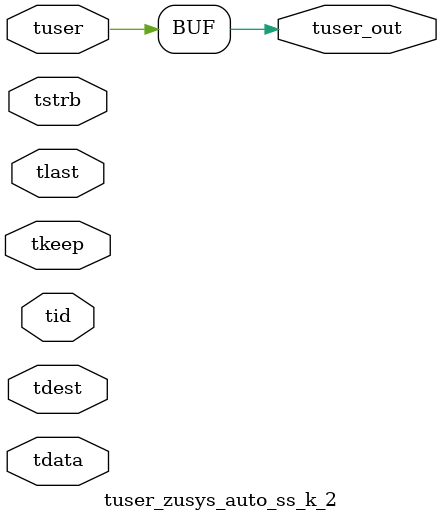
<source format=v>


`timescale 1ps/1ps

module tuser_zusys_auto_ss_k_2 #
(
parameter C_S_AXIS_TUSER_WIDTH = 1,
parameter C_S_AXIS_TDATA_WIDTH = 32,
parameter C_S_AXIS_TID_WIDTH   = 0,
parameter C_S_AXIS_TDEST_WIDTH = 0,
parameter C_M_AXIS_TUSER_WIDTH = 1
)
(
input  [(C_S_AXIS_TUSER_WIDTH == 0 ? 1 : C_S_AXIS_TUSER_WIDTH)-1:0     ] tuser,
input  [(C_S_AXIS_TDATA_WIDTH == 0 ? 1 : C_S_AXIS_TDATA_WIDTH)-1:0     ] tdata,
input  [(C_S_AXIS_TID_WIDTH   == 0 ? 1 : C_S_AXIS_TID_WIDTH)-1:0       ] tid,
input  [(C_S_AXIS_TDEST_WIDTH == 0 ? 1 : C_S_AXIS_TDEST_WIDTH)-1:0     ] tdest,
input  [(C_S_AXIS_TDATA_WIDTH/8)-1:0 ] tkeep,
input  [(C_S_AXIS_TDATA_WIDTH/8)-1:0 ] tstrb,
input                                                                    tlast,
output [C_M_AXIS_TUSER_WIDTH-1:0] tuser_out
);

assign tuser_out = {tuser[3:0]};

endmodule


</source>
